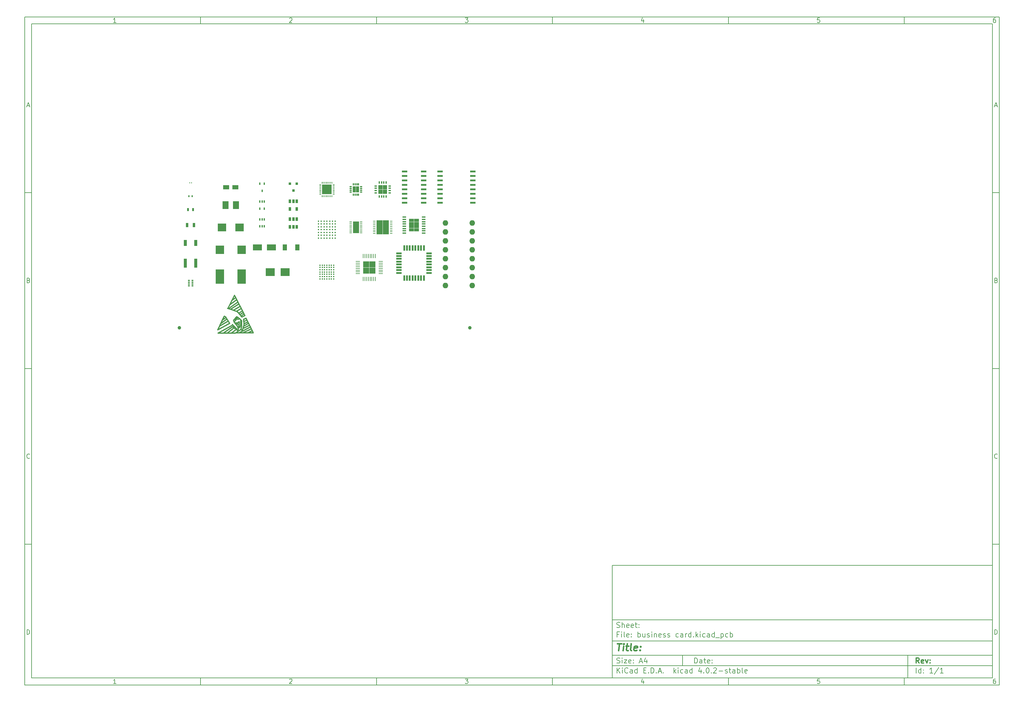
<source format=gbr>
G04 #@! TF.FileFunction,Copper,L2,Bot,Signal*
%FSLAX46Y46*%
G04 Gerber Fmt 4.6, Leading zero omitted, Abs format (unit mm)*
G04 Created by KiCad (PCBNEW 4.0.2-stable) date Sunday, October 30, 2016 'PMt' 03:56:09 PM*
%MOMM*%
G01*
G04 APERTURE LIST*
%ADD10C,0.100000*%
%ADD11C,0.150000*%
%ADD12C,0.300000*%
%ADD13C,0.400000*%
%ADD14C,0.304800*%
%ADD15R,1.200000X0.280000*%
%ADD16R,0.280000X1.200000*%
%ADD17R,1.725000X1.725000*%
%ADD18O,1.600000X1.600000*%
%ADD19R,1.500000X0.600000*%
%ADD20R,0.800000X0.350000*%
%ADD21R,0.350000X0.800000*%
%ADD22R,1.250000X1.250000*%
%ADD23O,0.750000X0.300000*%
%ADD24O,0.300000X0.750000*%
%ADD25R,0.900000X0.900000*%
%ADD26R,0.400000X0.600000*%
%ADD27R,0.500000X0.900000*%
%ADD28R,0.280000X0.430000*%
%ADD29R,0.700000X1.300000*%
%ADD30R,0.900000X1.700000*%
%ADD31R,0.900000X2.500000*%
%ADD32R,1.800000X1.230000*%
%ADD33R,1.800000X2.230000*%
%ADD34R,2.370000X2.230000*%
%ADD35R,0.800100X0.800100*%
%ADD36R,0.650000X1.060000*%
%ADD37R,2.370000X2.430000*%
%ADD38R,2.370000X4.130000*%
%ADD39R,0.500000X0.400000*%
%ADD40R,0.500000X0.300000*%
%ADD41R,0.457200X0.711200*%
%ADD42R,0.406400X0.660400*%
%ADD43R,0.398780X0.749300*%
%ADD44R,2.499360X1.800860*%
%ADD45R,2.499360X2.301240*%
%ADD46R,1.600000X0.550000*%
%ADD47R,0.550000X1.600000*%
%ADD48R,1.050000X0.450000*%
%ADD49R,1.470000X0.895000*%
%ADD50R,1.300480X1.699260*%
%ADD51R,0.700000X0.250000*%
%ADD52R,1.730000X1.000000*%
%ADD53R,0.850000X0.825000*%
%ADD54C,1.000000*%
%ADD55C,0.370000*%
%ADD56R,0.600000X0.200000*%
%ADD57R,0.200000X0.600000*%
%ADD58R,1.325000X1.325000*%
%ADD59C,0.450000*%
G04 APERTURE END LIST*
D10*
D11*
X177002200Y-166007200D02*
X177002200Y-198007200D01*
X285002200Y-198007200D01*
X285002200Y-166007200D01*
X177002200Y-166007200D01*
D10*
D11*
X10000000Y-10000000D02*
X10000000Y-200007200D01*
X287002200Y-200007200D01*
X287002200Y-10000000D01*
X10000000Y-10000000D01*
D10*
D11*
X12000000Y-12000000D02*
X12000000Y-198007200D01*
X285002200Y-198007200D01*
X285002200Y-12000000D01*
X12000000Y-12000000D01*
D10*
D11*
X60000000Y-12000000D02*
X60000000Y-10000000D01*
D10*
D11*
X110000000Y-12000000D02*
X110000000Y-10000000D01*
D10*
D11*
X160000000Y-12000000D02*
X160000000Y-10000000D01*
D10*
D11*
X210000000Y-12000000D02*
X210000000Y-10000000D01*
D10*
D11*
X260000000Y-12000000D02*
X260000000Y-10000000D01*
D10*
D11*
X35990476Y-11588095D02*
X35247619Y-11588095D01*
X35619048Y-11588095D02*
X35619048Y-10288095D01*
X35495238Y-10473810D01*
X35371429Y-10597619D01*
X35247619Y-10659524D01*
D10*
D11*
X85247619Y-10411905D02*
X85309524Y-10350000D01*
X85433333Y-10288095D01*
X85742857Y-10288095D01*
X85866667Y-10350000D01*
X85928571Y-10411905D01*
X85990476Y-10535714D01*
X85990476Y-10659524D01*
X85928571Y-10845238D01*
X85185714Y-11588095D01*
X85990476Y-11588095D01*
D10*
D11*
X135185714Y-10288095D02*
X135990476Y-10288095D01*
X135557143Y-10783333D01*
X135742857Y-10783333D01*
X135866667Y-10845238D01*
X135928571Y-10907143D01*
X135990476Y-11030952D01*
X135990476Y-11340476D01*
X135928571Y-11464286D01*
X135866667Y-11526190D01*
X135742857Y-11588095D01*
X135371429Y-11588095D01*
X135247619Y-11526190D01*
X135185714Y-11464286D01*
D10*
D11*
X185866667Y-10721429D02*
X185866667Y-11588095D01*
X185557143Y-10226190D02*
X185247619Y-11154762D01*
X186052381Y-11154762D01*
D10*
D11*
X235928571Y-10288095D02*
X235309524Y-10288095D01*
X235247619Y-10907143D01*
X235309524Y-10845238D01*
X235433333Y-10783333D01*
X235742857Y-10783333D01*
X235866667Y-10845238D01*
X235928571Y-10907143D01*
X235990476Y-11030952D01*
X235990476Y-11340476D01*
X235928571Y-11464286D01*
X235866667Y-11526190D01*
X235742857Y-11588095D01*
X235433333Y-11588095D01*
X235309524Y-11526190D01*
X235247619Y-11464286D01*
D10*
D11*
X285866667Y-10288095D02*
X285619048Y-10288095D01*
X285495238Y-10350000D01*
X285433333Y-10411905D01*
X285309524Y-10597619D01*
X285247619Y-10845238D01*
X285247619Y-11340476D01*
X285309524Y-11464286D01*
X285371429Y-11526190D01*
X285495238Y-11588095D01*
X285742857Y-11588095D01*
X285866667Y-11526190D01*
X285928571Y-11464286D01*
X285990476Y-11340476D01*
X285990476Y-11030952D01*
X285928571Y-10907143D01*
X285866667Y-10845238D01*
X285742857Y-10783333D01*
X285495238Y-10783333D01*
X285371429Y-10845238D01*
X285309524Y-10907143D01*
X285247619Y-11030952D01*
D10*
D11*
X60000000Y-198007200D02*
X60000000Y-200007200D01*
D10*
D11*
X110000000Y-198007200D02*
X110000000Y-200007200D01*
D10*
D11*
X160000000Y-198007200D02*
X160000000Y-200007200D01*
D10*
D11*
X210000000Y-198007200D02*
X210000000Y-200007200D01*
D10*
D11*
X260000000Y-198007200D02*
X260000000Y-200007200D01*
D10*
D11*
X35990476Y-199595295D02*
X35247619Y-199595295D01*
X35619048Y-199595295D02*
X35619048Y-198295295D01*
X35495238Y-198481010D01*
X35371429Y-198604819D01*
X35247619Y-198666724D01*
D10*
D11*
X85247619Y-198419105D02*
X85309524Y-198357200D01*
X85433333Y-198295295D01*
X85742857Y-198295295D01*
X85866667Y-198357200D01*
X85928571Y-198419105D01*
X85990476Y-198542914D01*
X85990476Y-198666724D01*
X85928571Y-198852438D01*
X85185714Y-199595295D01*
X85990476Y-199595295D01*
D10*
D11*
X135185714Y-198295295D02*
X135990476Y-198295295D01*
X135557143Y-198790533D01*
X135742857Y-198790533D01*
X135866667Y-198852438D01*
X135928571Y-198914343D01*
X135990476Y-199038152D01*
X135990476Y-199347676D01*
X135928571Y-199471486D01*
X135866667Y-199533390D01*
X135742857Y-199595295D01*
X135371429Y-199595295D01*
X135247619Y-199533390D01*
X135185714Y-199471486D01*
D10*
D11*
X185866667Y-198728629D02*
X185866667Y-199595295D01*
X185557143Y-198233390D02*
X185247619Y-199161962D01*
X186052381Y-199161962D01*
D10*
D11*
X235928571Y-198295295D02*
X235309524Y-198295295D01*
X235247619Y-198914343D01*
X235309524Y-198852438D01*
X235433333Y-198790533D01*
X235742857Y-198790533D01*
X235866667Y-198852438D01*
X235928571Y-198914343D01*
X235990476Y-199038152D01*
X235990476Y-199347676D01*
X235928571Y-199471486D01*
X235866667Y-199533390D01*
X235742857Y-199595295D01*
X235433333Y-199595295D01*
X235309524Y-199533390D01*
X235247619Y-199471486D01*
D10*
D11*
X285866667Y-198295295D02*
X285619048Y-198295295D01*
X285495238Y-198357200D01*
X285433333Y-198419105D01*
X285309524Y-198604819D01*
X285247619Y-198852438D01*
X285247619Y-199347676D01*
X285309524Y-199471486D01*
X285371429Y-199533390D01*
X285495238Y-199595295D01*
X285742857Y-199595295D01*
X285866667Y-199533390D01*
X285928571Y-199471486D01*
X285990476Y-199347676D01*
X285990476Y-199038152D01*
X285928571Y-198914343D01*
X285866667Y-198852438D01*
X285742857Y-198790533D01*
X285495238Y-198790533D01*
X285371429Y-198852438D01*
X285309524Y-198914343D01*
X285247619Y-199038152D01*
D10*
D11*
X10000000Y-60000000D02*
X12000000Y-60000000D01*
D10*
D11*
X10000000Y-110000000D02*
X12000000Y-110000000D01*
D10*
D11*
X10000000Y-160000000D02*
X12000000Y-160000000D01*
D10*
D11*
X10690476Y-35216667D02*
X11309524Y-35216667D01*
X10566667Y-35588095D02*
X11000000Y-34288095D01*
X11433333Y-35588095D01*
D10*
D11*
X11092857Y-84907143D02*
X11278571Y-84969048D01*
X11340476Y-85030952D01*
X11402381Y-85154762D01*
X11402381Y-85340476D01*
X11340476Y-85464286D01*
X11278571Y-85526190D01*
X11154762Y-85588095D01*
X10659524Y-85588095D01*
X10659524Y-84288095D01*
X11092857Y-84288095D01*
X11216667Y-84350000D01*
X11278571Y-84411905D01*
X11340476Y-84535714D01*
X11340476Y-84659524D01*
X11278571Y-84783333D01*
X11216667Y-84845238D01*
X11092857Y-84907143D01*
X10659524Y-84907143D01*
D10*
D11*
X11402381Y-135464286D02*
X11340476Y-135526190D01*
X11154762Y-135588095D01*
X11030952Y-135588095D01*
X10845238Y-135526190D01*
X10721429Y-135402381D01*
X10659524Y-135278571D01*
X10597619Y-135030952D01*
X10597619Y-134845238D01*
X10659524Y-134597619D01*
X10721429Y-134473810D01*
X10845238Y-134350000D01*
X11030952Y-134288095D01*
X11154762Y-134288095D01*
X11340476Y-134350000D01*
X11402381Y-134411905D01*
D10*
D11*
X10659524Y-185588095D02*
X10659524Y-184288095D01*
X10969048Y-184288095D01*
X11154762Y-184350000D01*
X11278571Y-184473810D01*
X11340476Y-184597619D01*
X11402381Y-184845238D01*
X11402381Y-185030952D01*
X11340476Y-185278571D01*
X11278571Y-185402381D01*
X11154762Y-185526190D01*
X10969048Y-185588095D01*
X10659524Y-185588095D01*
D10*
D11*
X287002200Y-60000000D02*
X285002200Y-60000000D01*
D10*
D11*
X287002200Y-110000000D02*
X285002200Y-110000000D01*
D10*
D11*
X287002200Y-160000000D02*
X285002200Y-160000000D01*
D10*
D11*
X285692676Y-35216667D02*
X286311724Y-35216667D01*
X285568867Y-35588095D02*
X286002200Y-34288095D01*
X286435533Y-35588095D01*
D10*
D11*
X286095057Y-84907143D02*
X286280771Y-84969048D01*
X286342676Y-85030952D01*
X286404581Y-85154762D01*
X286404581Y-85340476D01*
X286342676Y-85464286D01*
X286280771Y-85526190D01*
X286156962Y-85588095D01*
X285661724Y-85588095D01*
X285661724Y-84288095D01*
X286095057Y-84288095D01*
X286218867Y-84350000D01*
X286280771Y-84411905D01*
X286342676Y-84535714D01*
X286342676Y-84659524D01*
X286280771Y-84783333D01*
X286218867Y-84845238D01*
X286095057Y-84907143D01*
X285661724Y-84907143D01*
D10*
D11*
X286404581Y-135464286D02*
X286342676Y-135526190D01*
X286156962Y-135588095D01*
X286033152Y-135588095D01*
X285847438Y-135526190D01*
X285723629Y-135402381D01*
X285661724Y-135278571D01*
X285599819Y-135030952D01*
X285599819Y-134845238D01*
X285661724Y-134597619D01*
X285723629Y-134473810D01*
X285847438Y-134350000D01*
X286033152Y-134288095D01*
X286156962Y-134288095D01*
X286342676Y-134350000D01*
X286404581Y-134411905D01*
D10*
D11*
X285661724Y-185588095D02*
X285661724Y-184288095D01*
X285971248Y-184288095D01*
X286156962Y-184350000D01*
X286280771Y-184473810D01*
X286342676Y-184597619D01*
X286404581Y-184845238D01*
X286404581Y-185030952D01*
X286342676Y-185278571D01*
X286280771Y-185402381D01*
X286156962Y-185526190D01*
X285971248Y-185588095D01*
X285661724Y-185588095D01*
D10*
D11*
X200359343Y-193785771D02*
X200359343Y-192285771D01*
X200716486Y-192285771D01*
X200930771Y-192357200D01*
X201073629Y-192500057D01*
X201145057Y-192642914D01*
X201216486Y-192928629D01*
X201216486Y-193142914D01*
X201145057Y-193428629D01*
X201073629Y-193571486D01*
X200930771Y-193714343D01*
X200716486Y-193785771D01*
X200359343Y-193785771D01*
X202502200Y-193785771D02*
X202502200Y-193000057D01*
X202430771Y-192857200D01*
X202287914Y-192785771D01*
X202002200Y-192785771D01*
X201859343Y-192857200D01*
X202502200Y-193714343D02*
X202359343Y-193785771D01*
X202002200Y-193785771D01*
X201859343Y-193714343D01*
X201787914Y-193571486D01*
X201787914Y-193428629D01*
X201859343Y-193285771D01*
X202002200Y-193214343D01*
X202359343Y-193214343D01*
X202502200Y-193142914D01*
X203002200Y-192785771D02*
X203573629Y-192785771D01*
X203216486Y-192285771D02*
X203216486Y-193571486D01*
X203287914Y-193714343D01*
X203430772Y-193785771D01*
X203573629Y-193785771D01*
X204645057Y-193714343D02*
X204502200Y-193785771D01*
X204216486Y-193785771D01*
X204073629Y-193714343D01*
X204002200Y-193571486D01*
X204002200Y-193000057D01*
X204073629Y-192857200D01*
X204216486Y-192785771D01*
X204502200Y-192785771D01*
X204645057Y-192857200D01*
X204716486Y-193000057D01*
X204716486Y-193142914D01*
X204002200Y-193285771D01*
X205359343Y-193642914D02*
X205430771Y-193714343D01*
X205359343Y-193785771D01*
X205287914Y-193714343D01*
X205359343Y-193642914D01*
X205359343Y-193785771D01*
X205359343Y-192857200D02*
X205430771Y-192928629D01*
X205359343Y-193000057D01*
X205287914Y-192928629D01*
X205359343Y-192857200D01*
X205359343Y-193000057D01*
D10*
D11*
X177002200Y-194507200D02*
X285002200Y-194507200D01*
D10*
D11*
X178359343Y-196585771D02*
X178359343Y-195085771D01*
X179216486Y-196585771D02*
X178573629Y-195728629D01*
X179216486Y-195085771D02*
X178359343Y-195942914D01*
X179859343Y-196585771D02*
X179859343Y-195585771D01*
X179859343Y-195085771D02*
X179787914Y-195157200D01*
X179859343Y-195228629D01*
X179930771Y-195157200D01*
X179859343Y-195085771D01*
X179859343Y-195228629D01*
X181430772Y-196442914D02*
X181359343Y-196514343D01*
X181145057Y-196585771D01*
X181002200Y-196585771D01*
X180787915Y-196514343D01*
X180645057Y-196371486D01*
X180573629Y-196228629D01*
X180502200Y-195942914D01*
X180502200Y-195728629D01*
X180573629Y-195442914D01*
X180645057Y-195300057D01*
X180787915Y-195157200D01*
X181002200Y-195085771D01*
X181145057Y-195085771D01*
X181359343Y-195157200D01*
X181430772Y-195228629D01*
X182716486Y-196585771D02*
X182716486Y-195800057D01*
X182645057Y-195657200D01*
X182502200Y-195585771D01*
X182216486Y-195585771D01*
X182073629Y-195657200D01*
X182716486Y-196514343D02*
X182573629Y-196585771D01*
X182216486Y-196585771D01*
X182073629Y-196514343D01*
X182002200Y-196371486D01*
X182002200Y-196228629D01*
X182073629Y-196085771D01*
X182216486Y-196014343D01*
X182573629Y-196014343D01*
X182716486Y-195942914D01*
X184073629Y-196585771D02*
X184073629Y-195085771D01*
X184073629Y-196514343D02*
X183930772Y-196585771D01*
X183645058Y-196585771D01*
X183502200Y-196514343D01*
X183430772Y-196442914D01*
X183359343Y-196300057D01*
X183359343Y-195871486D01*
X183430772Y-195728629D01*
X183502200Y-195657200D01*
X183645058Y-195585771D01*
X183930772Y-195585771D01*
X184073629Y-195657200D01*
X185930772Y-195800057D02*
X186430772Y-195800057D01*
X186645058Y-196585771D02*
X185930772Y-196585771D01*
X185930772Y-195085771D01*
X186645058Y-195085771D01*
X187287915Y-196442914D02*
X187359343Y-196514343D01*
X187287915Y-196585771D01*
X187216486Y-196514343D01*
X187287915Y-196442914D01*
X187287915Y-196585771D01*
X188002201Y-196585771D02*
X188002201Y-195085771D01*
X188359344Y-195085771D01*
X188573629Y-195157200D01*
X188716487Y-195300057D01*
X188787915Y-195442914D01*
X188859344Y-195728629D01*
X188859344Y-195942914D01*
X188787915Y-196228629D01*
X188716487Y-196371486D01*
X188573629Y-196514343D01*
X188359344Y-196585771D01*
X188002201Y-196585771D01*
X189502201Y-196442914D02*
X189573629Y-196514343D01*
X189502201Y-196585771D01*
X189430772Y-196514343D01*
X189502201Y-196442914D01*
X189502201Y-196585771D01*
X190145058Y-196157200D02*
X190859344Y-196157200D01*
X190002201Y-196585771D02*
X190502201Y-195085771D01*
X191002201Y-196585771D01*
X191502201Y-196442914D02*
X191573629Y-196514343D01*
X191502201Y-196585771D01*
X191430772Y-196514343D01*
X191502201Y-196442914D01*
X191502201Y-196585771D01*
X194502201Y-196585771D02*
X194502201Y-195085771D01*
X194645058Y-196014343D02*
X195073629Y-196585771D01*
X195073629Y-195585771D02*
X194502201Y-196157200D01*
X195716487Y-196585771D02*
X195716487Y-195585771D01*
X195716487Y-195085771D02*
X195645058Y-195157200D01*
X195716487Y-195228629D01*
X195787915Y-195157200D01*
X195716487Y-195085771D01*
X195716487Y-195228629D01*
X197073630Y-196514343D02*
X196930773Y-196585771D01*
X196645059Y-196585771D01*
X196502201Y-196514343D01*
X196430773Y-196442914D01*
X196359344Y-196300057D01*
X196359344Y-195871486D01*
X196430773Y-195728629D01*
X196502201Y-195657200D01*
X196645059Y-195585771D01*
X196930773Y-195585771D01*
X197073630Y-195657200D01*
X198359344Y-196585771D02*
X198359344Y-195800057D01*
X198287915Y-195657200D01*
X198145058Y-195585771D01*
X197859344Y-195585771D01*
X197716487Y-195657200D01*
X198359344Y-196514343D02*
X198216487Y-196585771D01*
X197859344Y-196585771D01*
X197716487Y-196514343D01*
X197645058Y-196371486D01*
X197645058Y-196228629D01*
X197716487Y-196085771D01*
X197859344Y-196014343D01*
X198216487Y-196014343D01*
X198359344Y-195942914D01*
X199716487Y-196585771D02*
X199716487Y-195085771D01*
X199716487Y-196514343D02*
X199573630Y-196585771D01*
X199287916Y-196585771D01*
X199145058Y-196514343D01*
X199073630Y-196442914D01*
X199002201Y-196300057D01*
X199002201Y-195871486D01*
X199073630Y-195728629D01*
X199145058Y-195657200D01*
X199287916Y-195585771D01*
X199573630Y-195585771D01*
X199716487Y-195657200D01*
X202216487Y-195585771D02*
X202216487Y-196585771D01*
X201859344Y-195014343D02*
X201502201Y-196085771D01*
X202430773Y-196085771D01*
X203002201Y-196442914D02*
X203073629Y-196514343D01*
X203002201Y-196585771D01*
X202930772Y-196514343D01*
X203002201Y-196442914D01*
X203002201Y-196585771D01*
X204002201Y-195085771D02*
X204145058Y-195085771D01*
X204287915Y-195157200D01*
X204359344Y-195228629D01*
X204430773Y-195371486D01*
X204502201Y-195657200D01*
X204502201Y-196014343D01*
X204430773Y-196300057D01*
X204359344Y-196442914D01*
X204287915Y-196514343D01*
X204145058Y-196585771D01*
X204002201Y-196585771D01*
X203859344Y-196514343D01*
X203787915Y-196442914D01*
X203716487Y-196300057D01*
X203645058Y-196014343D01*
X203645058Y-195657200D01*
X203716487Y-195371486D01*
X203787915Y-195228629D01*
X203859344Y-195157200D01*
X204002201Y-195085771D01*
X205145058Y-196442914D02*
X205216486Y-196514343D01*
X205145058Y-196585771D01*
X205073629Y-196514343D01*
X205145058Y-196442914D01*
X205145058Y-196585771D01*
X205787915Y-195228629D02*
X205859344Y-195157200D01*
X206002201Y-195085771D01*
X206359344Y-195085771D01*
X206502201Y-195157200D01*
X206573630Y-195228629D01*
X206645058Y-195371486D01*
X206645058Y-195514343D01*
X206573630Y-195728629D01*
X205716487Y-196585771D01*
X206645058Y-196585771D01*
X207287915Y-196014343D02*
X208430772Y-196014343D01*
X209073629Y-196514343D02*
X209216486Y-196585771D01*
X209502201Y-196585771D01*
X209645058Y-196514343D01*
X209716486Y-196371486D01*
X209716486Y-196300057D01*
X209645058Y-196157200D01*
X209502201Y-196085771D01*
X209287915Y-196085771D01*
X209145058Y-196014343D01*
X209073629Y-195871486D01*
X209073629Y-195800057D01*
X209145058Y-195657200D01*
X209287915Y-195585771D01*
X209502201Y-195585771D01*
X209645058Y-195657200D01*
X210145058Y-195585771D02*
X210716487Y-195585771D01*
X210359344Y-195085771D02*
X210359344Y-196371486D01*
X210430772Y-196514343D01*
X210573630Y-196585771D01*
X210716487Y-196585771D01*
X211859344Y-196585771D02*
X211859344Y-195800057D01*
X211787915Y-195657200D01*
X211645058Y-195585771D01*
X211359344Y-195585771D01*
X211216487Y-195657200D01*
X211859344Y-196514343D02*
X211716487Y-196585771D01*
X211359344Y-196585771D01*
X211216487Y-196514343D01*
X211145058Y-196371486D01*
X211145058Y-196228629D01*
X211216487Y-196085771D01*
X211359344Y-196014343D01*
X211716487Y-196014343D01*
X211859344Y-195942914D01*
X212573630Y-196585771D02*
X212573630Y-195085771D01*
X212573630Y-195657200D02*
X212716487Y-195585771D01*
X213002201Y-195585771D01*
X213145058Y-195657200D01*
X213216487Y-195728629D01*
X213287916Y-195871486D01*
X213287916Y-196300057D01*
X213216487Y-196442914D01*
X213145058Y-196514343D01*
X213002201Y-196585771D01*
X212716487Y-196585771D01*
X212573630Y-196514343D01*
X214145059Y-196585771D02*
X214002201Y-196514343D01*
X213930773Y-196371486D01*
X213930773Y-195085771D01*
X215287915Y-196514343D02*
X215145058Y-196585771D01*
X214859344Y-196585771D01*
X214716487Y-196514343D01*
X214645058Y-196371486D01*
X214645058Y-195800057D01*
X214716487Y-195657200D01*
X214859344Y-195585771D01*
X215145058Y-195585771D01*
X215287915Y-195657200D01*
X215359344Y-195800057D01*
X215359344Y-195942914D01*
X214645058Y-196085771D01*
D10*
D11*
X177002200Y-191507200D02*
X285002200Y-191507200D01*
D10*
D12*
X264216486Y-193785771D02*
X263716486Y-193071486D01*
X263359343Y-193785771D02*
X263359343Y-192285771D01*
X263930771Y-192285771D01*
X264073629Y-192357200D01*
X264145057Y-192428629D01*
X264216486Y-192571486D01*
X264216486Y-192785771D01*
X264145057Y-192928629D01*
X264073629Y-193000057D01*
X263930771Y-193071486D01*
X263359343Y-193071486D01*
X265430771Y-193714343D02*
X265287914Y-193785771D01*
X265002200Y-193785771D01*
X264859343Y-193714343D01*
X264787914Y-193571486D01*
X264787914Y-193000057D01*
X264859343Y-192857200D01*
X265002200Y-192785771D01*
X265287914Y-192785771D01*
X265430771Y-192857200D01*
X265502200Y-193000057D01*
X265502200Y-193142914D01*
X264787914Y-193285771D01*
X266002200Y-192785771D02*
X266359343Y-193785771D01*
X266716485Y-192785771D01*
X267287914Y-193642914D02*
X267359342Y-193714343D01*
X267287914Y-193785771D01*
X267216485Y-193714343D01*
X267287914Y-193642914D01*
X267287914Y-193785771D01*
X267287914Y-192857200D02*
X267359342Y-192928629D01*
X267287914Y-193000057D01*
X267216485Y-192928629D01*
X267287914Y-192857200D01*
X267287914Y-193000057D01*
D10*
D11*
X178287914Y-193714343D02*
X178502200Y-193785771D01*
X178859343Y-193785771D01*
X179002200Y-193714343D01*
X179073629Y-193642914D01*
X179145057Y-193500057D01*
X179145057Y-193357200D01*
X179073629Y-193214343D01*
X179002200Y-193142914D01*
X178859343Y-193071486D01*
X178573629Y-193000057D01*
X178430771Y-192928629D01*
X178359343Y-192857200D01*
X178287914Y-192714343D01*
X178287914Y-192571486D01*
X178359343Y-192428629D01*
X178430771Y-192357200D01*
X178573629Y-192285771D01*
X178930771Y-192285771D01*
X179145057Y-192357200D01*
X179787914Y-193785771D02*
X179787914Y-192785771D01*
X179787914Y-192285771D02*
X179716485Y-192357200D01*
X179787914Y-192428629D01*
X179859342Y-192357200D01*
X179787914Y-192285771D01*
X179787914Y-192428629D01*
X180359343Y-192785771D02*
X181145057Y-192785771D01*
X180359343Y-193785771D01*
X181145057Y-193785771D01*
X182287914Y-193714343D02*
X182145057Y-193785771D01*
X181859343Y-193785771D01*
X181716486Y-193714343D01*
X181645057Y-193571486D01*
X181645057Y-193000057D01*
X181716486Y-192857200D01*
X181859343Y-192785771D01*
X182145057Y-192785771D01*
X182287914Y-192857200D01*
X182359343Y-193000057D01*
X182359343Y-193142914D01*
X181645057Y-193285771D01*
X183002200Y-193642914D02*
X183073628Y-193714343D01*
X183002200Y-193785771D01*
X182930771Y-193714343D01*
X183002200Y-193642914D01*
X183002200Y-193785771D01*
X183002200Y-192857200D02*
X183073628Y-192928629D01*
X183002200Y-193000057D01*
X182930771Y-192928629D01*
X183002200Y-192857200D01*
X183002200Y-193000057D01*
X184787914Y-193357200D02*
X185502200Y-193357200D01*
X184645057Y-193785771D02*
X185145057Y-192285771D01*
X185645057Y-193785771D01*
X186787914Y-192785771D02*
X186787914Y-193785771D01*
X186430771Y-192214343D02*
X186073628Y-193285771D01*
X187002200Y-193285771D01*
D10*
D11*
X263359343Y-196585771D02*
X263359343Y-195085771D01*
X264716486Y-196585771D02*
X264716486Y-195085771D01*
X264716486Y-196514343D02*
X264573629Y-196585771D01*
X264287915Y-196585771D01*
X264145057Y-196514343D01*
X264073629Y-196442914D01*
X264002200Y-196300057D01*
X264002200Y-195871486D01*
X264073629Y-195728629D01*
X264145057Y-195657200D01*
X264287915Y-195585771D01*
X264573629Y-195585771D01*
X264716486Y-195657200D01*
X265430772Y-196442914D02*
X265502200Y-196514343D01*
X265430772Y-196585771D01*
X265359343Y-196514343D01*
X265430772Y-196442914D01*
X265430772Y-196585771D01*
X265430772Y-195657200D02*
X265502200Y-195728629D01*
X265430772Y-195800057D01*
X265359343Y-195728629D01*
X265430772Y-195657200D01*
X265430772Y-195800057D01*
X268073629Y-196585771D02*
X267216486Y-196585771D01*
X267645058Y-196585771D02*
X267645058Y-195085771D01*
X267502201Y-195300057D01*
X267359343Y-195442914D01*
X267216486Y-195514343D01*
X269787914Y-195014343D02*
X268502200Y-196942914D01*
X271073629Y-196585771D02*
X270216486Y-196585771D01*
X270645058Y-196585771D02*
X270645058Y-195085771D01*
X270502201Y-195300057D01*
X270359343Y-195442914D01*
X270216486Y-195514343D01*
D10*
D11*
X177002200Y-187507200D02*
X285002200Y-187507200D01*
D10*
D13*
X178454581Y-188211962D02*
X179597438Y-188211962D01*
X178776010Y-190211962D02*
X179026010Y-188211962D01*
X180014105Y-190211962D02*
X180180771Y-188878629D01*
X180264105Y-188211962D02*
X180156962Y-188307200D01*
X180240295Y-188402438D01*
X180347439Y-188307200D01*
X180264105Y-188211962D01*
X180240295Y-188402438D01*
X180847438Y-188878629D02*
X181609343Y-188878629D01*
X181216486Y-188211962D02*
X181002200Y-189926248D01*
X181073630Y-190116724D01*
X181252201Y-190211962D01*
X181442677Y-190211962D01*
X182395058Y-190211962D02*
X182216487Y-190116724D01*
X182145057Y-189926248D01*
X182359343Y-188211962D01*
X183930772Y-190116724D02*
X183728391Y-190211962D01*
X183347439Y-190211962D01*
X183168867Y-190116724D01*
X183097438Y-189926248D01*
X183192676Y-189164343D01*
X183311724Y-188973867D01*
X183514105Y-188878629D01*
X183895057Y-188878629D01*
X184073629Y-188973867D01*
X184145057Y-189164343D01*
X184121248Y-189354819D01*
X183145057Y-189545295D01*
X184895057Y-190021486D02*
X184978392Y-190116724D01*
X184871248Y-190211962D01*
X184787915Y-190116724D01*
X184895057Y-190021486D01*
X184871248Y-190211962D01*
X185026010Y-188973867D02*
X185109344Y-189069105D01*
X185002200Y-189164343D01*
X184918867Y-189069105D01*
X185026010Y-188973867D01*
X185002200Y-189164343D01*
D10*
D11*
X178859343Y-185600057D02*
X178359343Y-185600057D01*
X178359343Y-186385771D02*
X178359343Y-184885771D01*
X179073629Y-184885771D01*
X179645057Y-186385771D02*
X179645057Y-185385771D01*
X179645057Y-184885771D02*
X179573628Y-184957200D01*
X179645057Y-185028629D01*
X179716485Y-184957200D01*
X179645057Y-184885771D01*
X179645057Y-185028629D01*
X180573629Y-186385771D02*
X180430771Y-186314343D01*
X180359343Y-186171486D01*
X180359343Y-184885771D01*
X181716485Y-186314343D02*
X181573628Y-186385771D01*
X181287914Y-186385771D01*
X181145057Y-186314343D01*
X181073628Y-186171486D01*
X181073628Y-185600057D01*
X181145057Y-185457200D01*
X181287914Y-185385771D01*
X181573628Y-185385771D01*
X181716485Y-185457200D01*
X181787914Y-185600057D01*
X181787914Y-185742914D01*
X181073628Y-185885771D01*
X182430771Y-186242914D02*
X182502199Y-186314343D01*
X182430771Y-186385771D01*
X182359342Y-186314343D01*
X182430771Y-186242914D01*
X182430771Y-186385771D01*
X182430771Y-185457200D02*
X182502199Y-185528629D01*
X182430771Y-185600057D01*
X182359342Y-185528629D01*
X182430771Y-185457200D01*
X182430771Y-185600057D01*
X184287914Y-186385771D02*
X184287914Y-184885771D01*
X184287914Y-185457200D02*
X184430771Y-185385771D01*
X184716485Y-185385771D01*
X184859342Y-185457200D01*
X184930771Y-185528629D01*
X185002200Y-185671486D01*
X185002200Y-186100057D01*
X184930771Y-186242914D01*
X184859342Y-186314343D01*
X184716485Y-186385771D01*
X184430771Y-186385771D01*
X184287914Y-186314343D01*
X186287914Y-185385771D02*
X186287914Y-186385771D01*
X185645057Y-185385771D02*
X185645057Y-186171486D01*
X185716485Y-186314343D01*
X185859343Y-186385771D01*
X186073628Y-186385771D01*
X186216485Y-186314343D01*
X186287914Y-186242914D01*
X186930771Y-186314343D02*
X187073628Y-186385771D01*
X187359343Y-186385771D01*
X187502200Y-186314343D01*
X187573628Y-186171486D01*
X187573628Y-186100057D01*
X187502200Y-185957200D01*
X187359343Y-185885771D01*
X187145057Y-185885771D01*
X187002200Y-185814343D01*
X186930771Y-185671486D01*
X186930771Y-185600057D01*
X187002200Y-185457200D01*
X187145057Y-185385771D01*
X187359343Y-185385771D01*
X187502200Y-185457200D01*
X188216486Y-186385771D02*
X188216486Y-185385771D01*
X188216486Y-184885771D02*
X188145057Y-184957200D01*
X188216486Y-185028629D01*
X188287914Y-184957200D01*
X188216486Y-184885771D01*
X188216486Y-185028629D01*
X188930772Y-185385771D02*
X188930772Y-186385771D01*
X188930772Y-185528629D02*
X189002200Y-185457200D01*
X189145058Y-185385771D01*
X189359343Y-185385771D01*
X189502200Y-185457200D01*
X189573629Y-185600057D01*
X189573629Y-186385771D01*
X190859343Y-186314343D02*
X190716486Y-186385771D01*
X190430772Y-186385771D01*
X190287915Y-186314343D01*
X190216486Y-186171486D01*
X190216486Y-185600057D01*
X190287915Y-185457200D01*
X190430772Y-185385771D01*
X190716486Y-185385771D01*
X190859343Y-185457200D01*
X190930772Y-185600057D01*
X190930772Y-185742914D01*
X190216486Y-185885771D01*
X191502200Y-186314343D02*
X191645057Y-186385771D01*
X191930772Y-186385771D01*
X192073629Y-186314343D01*
X192145057Y-186171486D01*
X192145057Y-186100057D01*
X192073629Y-185957200D01*
X191930772Y-185885771D01*
X191716486Y-185885771D01*
X191573629Y-185814343D01*
X191502200Y-185671486D01*
X191502200Y-185600057D01*
X191573629Y-185457200D01*
X191716486Y-185385771D01*
X191930772Y-185385771D01*
X192073629Y-185457200D01*
X192716486Y-186314343D02*
X192859343Y-186385771D01*
X193145058Y-186385771D01*
X193287915Y-186314343D01*
X193359343Y-186171486D01*
X193359343Y-186100057D01*
X193287915Y-185957200D01*
X193145058Y-185885771D01*
X192930772Y-185885771D01*
X192787915Y-185814343D01*
X192716486Y-185671486D01*
X192716486Y-185600057D01*
X192787915Y-185457200D01*
X192930772Y-185385771D01*
X193145058Y-185385771D01*
X193287915Y-185457200D01*
X195787915Y-186314343D02*
X195645058Y-186385771D01*
X195359344Y-186385771D01*
X195216486Y-186314343D01*
X195145058Y-186242914D01*
X195073629Y-186100057D01*
X195073629Y-185671486D01*
X195145058Y-185528629D01*
X195216486Y-185457200D01*
X195359344Y-185385771D01*
X195645058Y-185385771D01*
X195787915Y-185457200D01*
X197073629Y-186385771D02*
X197073629Y-185600057D01*
X197002200Y-185457200D01*
X196859343Y-185385771D01*
X196573629Y-185385771D01*
X196430772Y-185457200D01*
X197073629Y-186314343D02*
X196930772Y-186385771D01*
X196573629Y-186385771D01*
X196430772Y-186314343D01*
X196359343Y-186171486D01*
X196359343Y-186028629D01*
X196430772Y-185885771D01*
X196573629Y-185814343D01*
X196930772Y-185814343D01*
X197073629Y-185742914D01*
X197787915Y-186385771D02*
X197787915Y-185385771D01*
X197787915Y-185671486D02*
X197859343Y-185528629D01*
X197930772Y-185457200D01*
X198073629Y-185385771D01*
X198216486Y-185385771D01*
X199359343Y-186385771D02*
X199359343Y-184885771D01*
X199359343Y-186314343D02*
X199216486Y-186385771D01*
X198930772Y-186385771D01*
X198787914Y-186314343D01*
X198716486Y-186242914D01*
X198645057Y-186100057D01*
X198645057Y-185671486D01*
X198716486Y-185528629D01*
X198787914Y-185457200D01*
X198930772Y-185385771D01*
X199216486Y-185385771D01*
X199359343Y-185457200D01*
X200073629Y-186242914D02*
X200145057Y-186314343D01*
X200073629Y-186385771D01*
X200002200Y-186314343D01*
X200073629Y-186242914D01*
X200073629Y-186385771D01*
X200787915Y-186385771D02*
X200787915Y-184885771D01*
X200930772Y-185814343D02*
X201359343Y-186385771D01*
X201359343Y-185385771D02*
X200787915Y-185957200D01*
X202002201Y-186385771D02*
X202002201Y-185385771D01*
X202002201Y-184885771D02*
X201930772Y-184957200D01*
X202002201Y-185028629D01*
X202073629Y-184957200D01*
X202002201Y-184885771D01*
X202002201Y-185028629D01*
X203359344Y-186314343D02*
X203216487Y-186385771D01*
X202930773Y-186385771D01*
X202787915Y-186314343D01*
X202716487Y-186242914D01*
X202645058Y-186100057D01*
X202645058Y-185671486D01*
X202716487Y-185528629D01*
X202787915Y-185457200D01*
X202930773Y-185385771D01*
X203216487Y-185385771D01*
X203359344Y-185457200D01*
X204645058Y-186385771D02*
X204645058Y-185600057D01*
X204573629Y-185457200D01*
X204430772Y-185385771D01*
X204145058Y-185385771D01*
X204002201Y-185457200D01*
X204645058Y-186314343D02*
X204502201Y-186385771D01*
X204145058Y-186385771D01*
X204002201Y-186314343D01*
X203930772Y-186171486D01*
X203930772Y-186028629D01*
X204002201Y-185885771D01*
X204145058Y-185814343D01*
X204502201Y-185814343D01*
X204645058Y-185742914D01*
X206002201Y-186385771D02*
X206002201Y-184885771D01*
X206002201Y-186314343D02*
X205859344Y-186385771D01*
X205573630Y-186385771D01*
X205430772Y-186314343D01*
X205359344Y-186242914D01*
X205287915Y-186100057D01*
X205287915Y-185671486D01*
X205359344Y-185528629D01*
X205430772Y-185457200D01*
X205573630Y-185385771D01*
X205859344Y-185385771D01*
X206002201Y-185457200D01*
X206359344Y-186528629D02*
X207502201Y-186528629D01*
X207859344Y-185385771D02*
X207859344Y-186885771D01*
X207859344Y-185457200D02*
X208002201Y-185385771D01*
X208287915Y-185385771D01*
X208430772Y-185457200D01*
X208502201Y-185528629D01*
X208573630Y-185671486D01*
X208573630Y-186100057D01*
X208502201Y-186242914D01*
X208430772Y-186314343D01*
X208287915Y-186385771D01*
X208002201Y-186385771D01*
X207859344Y-186314343D01*
X209859344Y-186314343D02*
X209716487Y-186385771D01*
X209430773Y-186385771D01*
X209287915Y-186314343D01*
X209216487Y-186242914D01*
X209145058Y-186100057D01*
X209145058Y-185671486D01*
X209216487Y-185528629D01*
X209287915Y-185457200D01*
X209430773Y-185385771D01*
X209716487Y-185385771D01*
X209859344Y-185457200D01*
X210502201Y-186385771D02*
X210502201Y-184885771D01*
X210502201Y-185457200D02*
X210645058Y-185385771D01*
X210930772Y-185385771D01*
X211073629Y-185457200D01*
X211145058Y-185528629D01*
X211216487Y-185671486D01*
X211216487Y-186100057D01*
X211145058Y-186242914D01*
X211073629Y-186314343D01*
X210930772Y-186385771D01*
X210645058Y-186385771D01*
X210502201Y-186314343D01*
D10*
D11*
X177002200Y-181507200D02*
X285002200Y-181507200D01*
D10*
D11*
X178287914Y-183614343D02*
X178502200Y-183685771D01*
X178859343Y-183685771D01*
X179002200Y-183614343D01*
X179073629Y-183542914D01*
X179145057Y-183400057D01*
X179145057Y-183257200D01*
X179073629Y-183114343D01*
X179002200Y-183042914D01*
X178859343Y-182971486D01*
X178573629Y-182900057D01*
X178430771Y-182828629D01*
X178359343Y-182757200D01*
X178287914Y-182614343D01*
X178287914Y-182471486D01*
X178359343Y-182328629D01*
X178430771Y-182257200D01*
X178573629Y-182185771D01*
X178930771Y-182185771D01*
X179145057Y-182257200D01*
X179787914Y-183685771D02*
X179787914Y-182185771D01*
X180430771Y-183685771D02*
X180430771Y-182900057D01*
X180359342Y-182757200D01*
X180216485Y-182685771D01*
X180002200Y-182685771D01*
X179859342Y-182757200D01*
X179787914Y-182828629D01*
X181716485Y-183614343D02*
X181573628Y-183685771D01*
X181287914Y-183685771D01*
X181145057Y-183614343D01*
X181073628Y-183471486D01*
X181073628Y-182900057D01*
X181145057Y-182757200D01*
X181287914Y-182685771D01*
X181573628Y-182685771D01*
X181716485Y-182757200D01*
X181787914Y-182900057D01*
X181787914Y-183042914D01*
X181073628Y-183185771D01*
X183002199Y-183614343D02*
X182859342Y-183685771D01*
X182573628Y-183685771D01*
X182430771Y-183614343D01*
X182359342Y-183471486D01*
X182359342Y-182900057D01*
X182430771Y-182757200D01*
X182573628Y-182685771D01*
X182859342Y-182685771D01*
X183002199Y-182757200D01*
X183073628Y-182900057D01*
X183073628Y-183042914D01*
X182359342Y-183185771D01*
X183502199Y-182685771D02*
X184073628Y-182685771D01*
X183716485Y-182185771D02*
X183716485Y-183471486D01*
X183787913Y-183614343D01*
X183930771Y-183685771D01*
X184073628Y-183685771D01*
X184573628Y-183542914D02*
X184645056Y-183614343D01*
X184573628Y-183685771D01*
X184502199Y-183614343D01*
X184573628Y-183542914D01*
X184573628Y-183685771D01*
X184573628Y-182757200D02*
X184645056Y-182828629D01*
X184573628Y-182900057D01*
X184502199Y-182828629D01*
X184573628Y-182757200D01*
X184573628Y-182900057D01*
D10*
D11*
X197002200Y-191507200D02*
X197002200Y-194507200D01*
D10*
D11*
X261002200Y-191507200D02*
X261002200Y-198007200D01*
D14*
X70500240Y-95590360D02*
X69789040Y-96100900D01*
X69329300Y-97980500D02*
X66591180Y-99832160D01*
X66591180Y-99832160D02*
X66570860Y-99832160D01*
X69611240Y-98361500D02*
X67680840Y-99811840D01*
X70200520Y-98821240D02*
X68828920Y-99832160D01*
X68828920Y-99832160D02*
X68800980Y-99832160D01*
X71389240Y-98892360D02*
X69870320Y-99910900D01*
X74620120Y-99270820D02*
X73499980Y-99862640D01*
X74409300Y-98742500D02*
X72029320Y-99880420D01*
X74190860Y-98181160D02*
X70990460Y-99832160D01*
X73880980Y-97721420D02*
X72260460Y-98511360D01*
X72260460Y-98511360D02*
X72229980Y-98511360D01*
X73599040Y-97172780D02*
X72311260Y-97901760D01*
X73400920Y-96682560D02*
X72329040Y-97271840D01*
X73220580Y-96182180D02*
X72478900Y-96580960D01*
X67729100Y-96560640D02*
X65471040Y-97901760D01*
X67398900Y-95951040D02*
X65750440Y-97241360D01*
X67149980Y-95491300D02*
X66309240Y-96121220D01*
X72359520Y-94551500D02*
X71539100Y-95031560D01*
X72080120Y-94071440D02*
X71160640Y-94701360D01*
X71160640Y-94701360D02*
X71160640Y-94681040D01*
X71899780Y-93560900D02*
X70881240Y-94251780D01*
X71569580Y-92920820D02*
X70299580Y-93710760D01*
X70299580Y-93710760D02*
X70269100Y-93710760D01*
X71208900Y-92290900D02*
X69390260Y-93431360D01*
X70860920Y-91650820D02*
X68651120Y-93101160D01*
X70599300Y-91122500D02*
X67990720Y-92872560D01*
X70200520Y-90462100D02*
X68270120Y-91861640D01*
X69938900Y-89852500D02*
X68900040Y-90591640D01*
X70959980Y-95872300D02*
X70629780Y-96022160D01*
X70629780Y-96022160D02*
X70269100Y-95902780D01*
X70269100Y-95902780D02*
X69789040Y-96431100D01*
X69789040Y-96431100D02*
X69611240Y-96662240D01*
X71368920Y-96380300D02*
X71368920Y-97322640D01*
X71368920Y-97322640D02*
X71239380Y-98160840D01*
X71239380Y-98160840D02*
X70959980Y-98391980D01*
X70959980Y-98391980D02*
X70860920Y-98082100D01*
X70860920Y-98082100D02*
X70990460Y-96682560D01*
X70990460Y-96682560D02*
X70551040Y-96890840D01*
X70551040Y-96890840D02*
X70578980Y-97500440D01*
X70578980Y-97500440D02*
X70149720Y-96961960D01*
X70149720Y-96961960D02*
X69921120Y-97091500D01*
X72311260Y-95951040D02*
X72941180Y-95671640D01*
X72941180Y-95671640D02*
X75001120Y-99832160D01*
X75001120Y-99832160D02*
X64940180Y-99910900D01*
X64940180Y-99910900D02*
X68981320Y-97701100D01*
X67759580Y-92872560D02*
X69639180Y-89141300D01*
X69639180Y-89141300D02*
X72610980Y-94932500D01*
X72610980Y-94932500D02*
X71749920Y-95361760D01*
X71749920Y-95361760D02*
X71719440Y-95361760D01*
X66690240Y-95211900D02*
X64889380Y-98991420D01*
X64889380Y-98991420D02*
X68239640Y-97172780D01*
X68239640Y-97172780D02*
X68171060Y-97142300D01*
X70070980Y-98511360D02*
X69771260Y-98691700D01*
X69771260Y-98691700D02*
X69740780Y-98691700D01*
X69540120Y-97980500D02*
X69281040Y-98331020D01*
X67650360Y-92920820D02*
X68600320Y-93202760D01*
X68600320Y-93202760D02*
X70500240Y-93870780D01*
X70500240Y-93870780D02*
X71729600Y-95382080D01*
X72229980Y-95940880D02*
X72339200Y-97622360D01*
X72339200Y-97622360D02*
X71841360Y-99291140D01*
X71841360Y-99291140D02*
X71470520Y-98872040D01*
X71470520Y-98872040D02*
X71699120Y-98000820D01*
X71699120Y-98000820D02*
X71699120Y-96941640D01*
X71699120Y-96941640D02*
X71620380Y-96400620D01*
X71620380Y-96400620D02*
X71569580Y-96352360D01*
X71569580Y-96352360D02*
X71320660Y-96022160D01*
X71320660Y-96022160D02*
X70479920Y-95392240D01*
X70479920Y-95392240D02*
X70251320Y-95242380D01*
X70251320Y-95242380D02*
X69390260Y-96332040D01*
X69390260Y-96332040D02*
X69540120Y-96842580D01*
X69540120Y-96842580D02*
X70551040Y-98112580D01*
X70551040Y-98112580D02*
X70711060Y-98892360D01*
X70711060Y-98892360D02*
X70479920Y-99202240D01*
X70479920Y-99202240D02*
X70170040Y-98541840D01*
X70170040Y-98541840D02*
X69659500Y-98031300D01*
X69659500Y-98031300D02*
X69049900Y-97500440D01*
X68191380Y-97061020D02*
X67680840Y-96230440D01*
X67680840Y-96230440D02*
X67350640Y-95691960D01*
X67350640Y-95691960D02*
X67071240Y-95262700D01*
X67071240Y-95262700D02*
X66741040Y-95130620D01*
D15*
X104700000Y-83030000D03*
X104700000Y-82530000D03*
X104700000Y-82030000D03*
X104700000Y-81530000D03*
X104700000Y-81030000D03*
X104700000Y-80530000D03*
X104700000Y-80030000D03*
X104700000Y-79530000D03*
D16*
X106200000Y-78030000D03*
X106700000Y-78030000D03*
X107200000Y-78030000D03*
X107700000Y-78030000D03*
X108200000Y-78030000D03*
X108700000Y-78030000D03*
X109200000Y-78030000D03*
X109700000Y-78030000D03*
D15*
X111200000Y-79530000D03*
X111200000Y-80030000D03*
X111200000Y-80530000D03*
X111200000Y-81030000D03*
X111200000Y-81530000D03*
X111200000Y-82030000D03*
X111200000Y-82530000D03*
X111200000Y-83030000D03*
D16*
X109700000Y-84530000D03*
X109200000Y-84530000D03*
X108700000Y-84530000D03*
X108200000Y-84530000D03*
X107700000Y-84530000D03*
X107200000Y-84530000D03*
X106700000Y-84530000D03*
X106200000Y-84530000D03*
D17*
X107087500Y-82142500D03*
X108812500Y-82142500D03*
X107087500Y-80417500D03*
X108812500Y-80417500D03*
D18*
X129540000Y-86360000D03*
X129540000Y-83820000D03*
X129540000Y-81280000D03*
X129540000Y-78740000D03*
X129540000Y-76200000D03*
X129540000Y-73660000D03*
X129540000Y-71120000D03*
X129540000Y-68580000D03*
X137160000Y-68580000D03*
X137160000Y-71120000D03*
X137160000Y-73660000D03*
X137160000Y-76200000D03*
X137160000Y-78740000D03*
X137160000Y-81280000D03*
X137160000Y-83820000D03*
X137160000Y-86360000D03*
D19*
X128065000Y-62865000D03*
X128065000Y-61595000D03*
X128065000Y-60325000D03*
X128065000Y-59055000D03*
X128065000Y-57785000D03*
X128065000Y-56515000D03*
X128065000Y-55245000D03*
X128065000Y-53975000D03*
X137365000Y-53975000D03*
X137365000Y-55245000D03*
X137365000Y-56515000D03*
X137365000Y-57785000D03*
X137365000Y-59055000D03*
X137365000Y-60325000D03*
X137365000Y-61595000D03*
X137365000Y-62865000D03*
D20*
X109760000Y-60030000D03*
X109760000Y-59380000D03*
X109760000Y-58730000D03*
X109760000Y-58080000D03*
D21*
X110785000Y-57055000D03*
X111435000Y-57055000D03*
X112085000Y-57055000D03*
X112735000Y-57055000D03*
D20*
X113760000Y-58080000D03*
X113760000Y-58730000D03*
X113760000Y-59380000D03*
X113760000Y-60030000D03*
D21*
X112735000Y-61055000D03*
X112085000Y-61055000D03*
X111435000Y-61055000D03*
X110785000Y-61055000D03*
D22*
X112385000Y-58430000D03*
X112385000Y-59680000D03*
X111135000Y-58430000D03*
X111135000Y-59680000D03*
D23*
X102665000Y-59805000D03*
X102665000Y-59305000D03*
X102665000Y-58805000D03*
X102665000Y-58305000D03*
D24*
X103390000Y-57580000D03*
X103890000Y-57580000D03*
X104390000Y-57580000D03*
X104890000Y-57580000D03*
D23*
X105615000Y-58305000D03*
X105615000Y-58805000D03*
X105615000Y-59305000D03*
X105615000Y-59805000D03*
D24*
X104890000Y-60530000D03*
X104390000Y-60530000D03*
X103890000Y-60530000D03*
X103390000Y-60530000D03*
D25*
X104590000Y-58605000D03*
X104590000Y-59505000D03*
X103690000Y-58605000D03*
X103690000Y-59505000D03*
D19*
X117950000Y-62865000D03*
X117950000Y-61595000D03*
X117950000Y-60325000D03*
X117950000Y-59055000D03*
X117950000Y-57785000D03*
X117950000Y-56515000D03*
X117950000Y-55245000D03*
X117950000Y-53975000D03*
X123350000Y-53975000D03*
X123350000Y-55245000D03*
X123350000Y-56515000D03*
X123350000Y-57785000D03*
X123350000Y-59055000D03*
X123350000Y-60325000D03*
X123350000Y-61595000D03*
X123350000Y-62865000D03*
D26*
X56700000Y-60960000D03*
X57600000Y-60960000D03*
D27*
X56400000Y-64770000D03*
X57900000Y-64770000D03*
D28*
X56895000Y-57150000D03*
X57405000Y-57150000D03*
D29*
X56200000Y-69215000D03*
X58100000Y-69215000D03*
D30*
X55700000Y-74295000D03*
X58600000Y-74295000D03*
D31*
X55700000Y-80010000D03*
X58600000Y-80010000D03*
D32*
X69890000Y-58420000D03*
X67270000Y-58420000D03*
D33*
X70040000Y-63500000D03*
X67120000Y-63500000D03*
D34*
X71050000Y-69850000D03*
X66110000Y-69850000D03*
D35*
X85410000Y-57419240D03*
X87310000Y-57419240D03*
X86360000Y-59418220D03*
D36*
X85410000Y-62400000D03*
X86360000Y-62400000D03*
X87310000Y-62400000D03*
X87310000Y-64600000D03*
X85410000Y-64600000D03*
X85410000Y-67480000D03*
X86360000Y-67480000D03*
X87310000Y-67480000D03*
X87310000Y-69680000D03*
X85410000Y-69680000D03*
X86360000Y-69680000D03*
D37*
X71700000Y-76200000D03*
X65460000Y-76200000D03*
D38*
X71700000Y-83820000D03*
X65460000Y-83820000D03*
D39*
X56650000Y-86475000D03*
D40*
X56650000Y-85475000D03*
X56650000Y-85975000D03*
D39*
X56650000Y-84975000D03*
D40*
X57650000Y-85975000D03*
D39*
X57650000Y-86475000D03*
D40*
X57650000Y-85475000D03*
D39*
X57650000Y-84975000D03*
D41*
X76809600Y-57404000D03*
X78130400Y-57404000D03*
X77470000Y-59436000D03*
D42*
X76809600Y-62484000D03*
X78130400Y-62484000D03*
X77470000Y-62484000D03*
X78130400Y-64516000D03*
X76809600Y-64516000D03*
D43*
X76819760Y-67630040D03*
X77470000Y-67630040D03*
X78120240Y-67630040D03*
X78120240Y-69529960D03*
X77470000Y-69529960D03*
X76819760Y-69529960D03*
D44*
X76106020Y-75565000D03*
X80103980Y-75565000D03*
D45*
X79766160Y-82550000D03*
X84063840Y-82550000D03*
D46*
X116400000Y-82810000D03*
X116400000Y-82010000D03*
X116400000Y-81210000D03*
X116400000Y-80410000D03*
X116400000Y-79610000D03*
X116400000Y-78810000D03*
X116400000Y-78010000D03*
X116400000Y-77210000D03*
D47*
X117850000Y-75760000D03*
X118650000Y-75760000D03*
X119450000Y-75760000D03*
X120250000Y-75760000D03*
X121050000Y-75760000D03*
X121850000Y-75760000D03*
X122650000Y-75760000D03*
X123450000Y-75760000D03*
D46*
X124900000Y-77210000D03*
X124900000Y-78010000D03*
X124900000Y-78810000D03*
X124900000Y-79610000D03*
X124900000Y-80410000D03*
X124900000Y-81210000D03*
X124900000Y-82010000D03*
X124900000Y-82810000D03*
D47*
X123450000Y-84260000D03*
X122650000Y-84260000D03*
X121850000Y-84260000D03*
X121050000Y-84260000D03*
X120250000Y-84260000D03*
X119450000Y-84260000D03*
X118650000Y-84260000D03*
X117850000Y-84260000D03*
D48*
X117875000Y-71490000D03*
X117875000Y-70840000D03*
X117875000Y-70190000D03*
X117875000Y-69540000D03*
X117875000Y-68890000D03*
X117875000Y-68240000D03*
X117875000Y-67590000D03*
X117875000Y-66940000D03*
X123425000Y-66940000D03*
X123425000Y-67590000D03*
X123425000Y-68240000D03*
X123425000Y-68890000D03*
X123425000Y-69540000D03*
X123425000Y-70190000D03*
X123425000Y-70840000D03*
X123425000Y-71490000D03*
D49*
X121385000Y-67872500D03*
X121385000Y-68767500D03*
X121385000Y-69662500D03*
X121385000Y-70557500D03*
X119915000Y-67872500D03*
X119915000Y-68767500D03*
X119915000Y-69662500D03*
X119915000Y-70557500D03*
D50*
X83974940Y-75565000D03*
X87475060Y-75565000D03*
D51*
X109360000Y-71600000D03*
X109360000Y-71100000D03*
X109360000Y-70600000D03*
X109360000Y-70100000D03*
X109360000Y-69600000D03*
X109360000Y-69100000D03*
X109360000Y-68600000D03*
X109360000Y-68100000D03*
X114160000Y-68100000D03*
X114160000Y-68600000D03*
X114160000Y-69100000D03*
X114160000Y-69600000D03*
X114160000Y-70100000D03*
X114160000Y-70600000D03*
X114160000Y-71100000D03*
X114160000Y-71600000D03*
D52*
X112625000Y-68350000D03*
X112625000Y-69350000D03*
X112625000Y-70350000D03*
X112625000Y-71350000D03*
X110895000Y-68350000D03*
X110895000Y-69350000D03*
X110895000Y-70350000D03*
X110895000Y-71350000D03*
D51*
X102690000Y-71425000D03*
X102690000Y-70975000D03*
X102690000Y-70525000D03*
X102690000Y-70075000D03*
X102690000Y-69625000D03*
X102690000Y-69175000D03*
X102690000Y-68725000D03*
X102690000Y-68275000D03*
X105590000Y-68275000D03*
X105590000Y-68725000D03*
X105590000Y-69175000D03*
X105590000Y-69625000D03*
X105590000Y-70075000D03*
X105590000Y-70525000D03*
X105590000Y-70975000D03*
X105590000Y-71425000D03*
D53*
X104565000Y-68612500D03*
X104565000Y-69437500D03*
X104565000Y-70262500D03*
X104565000Y-71087500D03*
X103715000Y-68612500D03*
X103715000Y-69437500D03*
X103715000Y-70262500D03*
X103715000Y-71087500D03*
D54*
X53975000Y-98425000D03*
X136525000Y-98425000D03*
D55*
X93935000Y-84500000D03*
X93935000Y-83850000D03*
X93935000Y-83200000D03*
X93935000Y-82550000D03*
X93935000Y-81900000D03*
X93935000Y-81250000D03*
X93935000Y-80600000D03*
X94585000Y-84500000D03*
X94585000Y-83850000D03*
X94585000Y-83200000D03*
X94585000Y-82550000D03*
X94585000Y-81900000D03*
X94585000Y-81250000D03*
X94585000Y-80600000D03*
X95235000Y-84500000D03*
X95235000Y-83850000D03*
X95235000Y-83200000D03*
X95235000Y-82550000D03*
X95235000Y-81900000D03*
X95235000Y-81250000D03*
X95235000Y-80600000D03*
X95885000Y-84500000D03*
X95885000Y-83850000D03*
X95885000Y-83200000D03*
X95885000Y-82550000D03*
X95885000Y-81900000D03*
X95885000Y-81250000D03*
X95885000Y-80600000D03*
X96535000Y-84500000D03*
X96535000Y-83850000D03*
X96535000Y-83200000D03*
X96535000Y-82550000D03*
X96535000Y-81900000D03*
X96535000Y-81250000D03*
X96535000Y-80600000D03*
X97185000Y-84500000D03*
X97185000Y-83850000D03*
X97185000Y-83200000D03*
X97185000Y-82550000D03*
X97185000Y-81900000D03*
X97185000Y-81250000D03*
X97185000Y-80600000D03*
X97835000Y-84500000D03*
X97835000Y-83850000D03*
X97835000Y-83200000D03*
X97835000Y-82550000D03*
X97835000Y-81900000D03*
X97835000Y-81250000D03*
X97835000Y-80600000D03*
D56*
X93985000Y-60455000D03*
X93985000Y-60055000D03*
X93985000Y-59655000D03*
X93985000Y-59255000D03*
X93985000Y-58855000D03*
X93985000Y-58455000D03*
X93985000Y-58055000D03*
X93985000Y-57655000D03*
D57*
X94485000Y-57155000D03*
X94885000Y-57155000D03*
X95285000Y-57155000D03*
X95685000Y-57155000D03*
X96085000Y-57155000D03*
X96485000Y-57155000D03*
X96885000Y-57155000D03*
X97285000Y-57155000D03*
D56*
X97785000Y-57655000D03*
X97785000Y-58055000D03*
X97785000Y-58455000D03*
X97785000Y-58855000D03*
X97785000Y-59255000D03*
X97785000Y-59655000D03*
X97785000Y-60055000D03*
X97785000Y-60455000D03*
D57*
X97285000Y-60955000D03*
X96885000Y-60955000D03*
X96485000Y-60955000D03*
X96085000Y-60955000D03*
X95685000Y-60955000D03*
X95285000Y-60955000D03*
X94885000Y-60955000D03*
X94485000Y-60955000D03*
D58*
X96547500Y-58392500D03*
X96547500Y-59717500D03*
X95222500Y-58392500D03*
X95222500Y-59717500D03*
D59*
X93485000Y-72885000D03*
X93485000Y-72085000D03*
X93485000Y-71285000D03*
X93485000Y-70485000D03*
X93485000Y-69685000D03*
X93485000Y-68885000D03*
X93485000Y-68085000D03*
X94285000Y-72885000D03*
X94285000Y-72085000D03*
X94285000Y-71285000D03*
X94285000Y-70485000D03*
X94285000Y-69685000D03*
X94285000Y-68885000D03*
X94285000Y-68085000D03*
X95085000Y-72885000D03*
X95085000Y-72085000D03*
X95085000Y-71285000D03*
X95085000Y-70485000D03*
X95085000Y-69685000D03*
X95085000Y-68885000D03*
X95085000Y-68085000D03*
X95885000Y-72885000D03*
X95885000Y-72085000D03*
X95885000Y-71285000D03*
X95885000Y-70485000D03*
X95885000Y-69685000D03*
X95885000Y-68885000D03*
X95885000Y-68085000D03*
X96685000Y-72885000D03*
X96685000Y-72085000D03*
X96685000Y-71285000D03*
X96685000Y-70485000D03*
X96685000Y-69685000D03*
X96685000Y-68885000D03*
X96685000Y-68085000D03*
X97485000Y-72885000D03*
X97485000Y-72085000D03*
X97485000Y-71285000D03*
X97485000Y-70485000D03*
X97485000Y-69685000D03*
X97485000Y-68885000D03*
X97485000Y-68085000D03*
X98285000Y-72885000D03*
X98285000Y-72085000D03*
X98285000Y-71285000D03*
X98285000Y-70485000D03*
X98285000Y-69685000D03*
X98285000Y-68885000D03*
X98285000Y-68085000D03*
M02*

</source>
